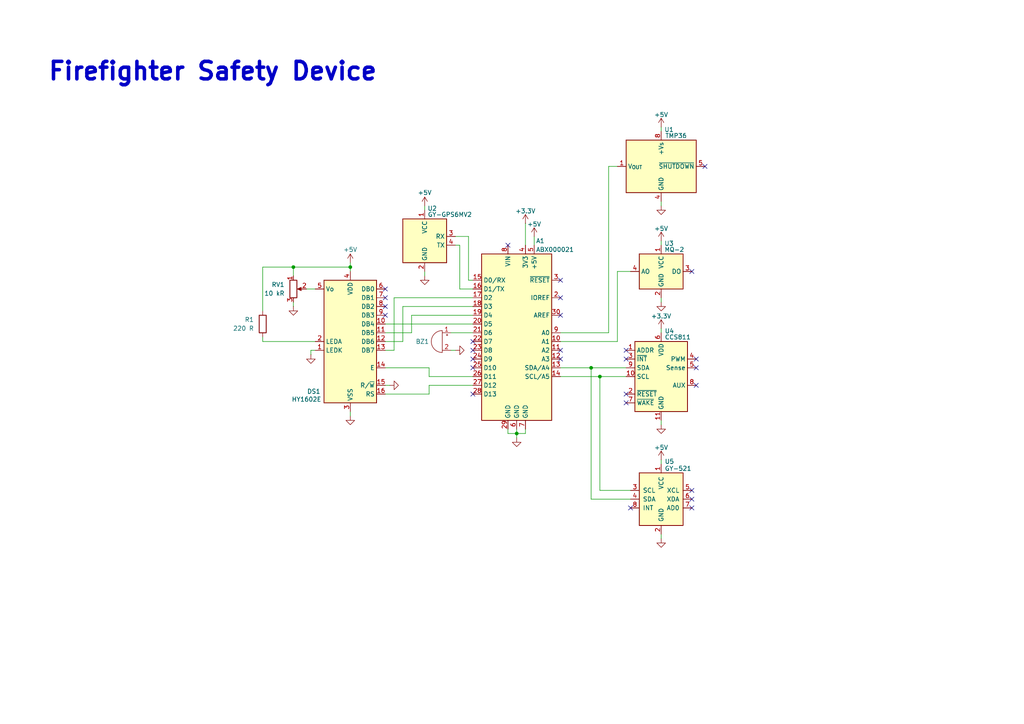
<source format=kicad_sch>
(kicad_sch (version 20231120) (generator "eeschema") (generator_version "8.0")
  (paper "A4")
  (title_block (title "Firefigher Safety Device") (date "2024-10-14") (rev "A") (company "Section 03 Team 21") (comment 1 "ELEC 290 Fall 2024"))
  (lib_symbols
    (symbol "Device:Buzzer" (pin_names (offset 0.0254) hide)
      (property "Reference" "BZ" (at 3.81 1.27 0))
      (property "Value" "Buzzer" (at 3.81 -1.27 0))
      (symbol "Buzzer_0_1"
        (arc (start 0 -3.175) (mid 3.1612 0) (end 0 3.175))
        (polyline (pts (xy -1.651 1.905) (xy -1.143 1.905)))
        (polyline (pts (xy -1.397 2.159) (xy -1.397 1.651)))
        (polyline (pts (xy 0 3.175) (xy 0 -3.175)))
      )
      (symbol "Buzzer_1_1"
        (pin passive line (at -2.54 2.54 0) (length 2.54) (name "+") (number "1"))
        (pin passive line (at -2.54 -2.54 0) (length 2.54) (name "-") (number "2"))
      )
    )
    (symbol "Device:R" (pin_numbers hide) (pin_names (offset 0))
      (property "Reference" "R" (at 2.032 0 90))
      (property "Value" "R" (at 0 0 90))
      (symbol "R_0_1"
        (rectangle (start -1.016 -2.54) (end 1.016 2.54) (stroke (width 0.254)))
      )
      (symbol "R_1_1"
        (pin passive line (at 0 3.81 270) (length 1.27) (name "~") (number "1"))
        (pin passive line (at 0 -3.81 90) (length 1.27) (name "~") (number "2"))
      )
    )
    (symbol "Device:R_Potentiometer" (pin_names (offset 1.016) hide)
      (property "Reference" "RV" (at -4.445 0 90))
      (property "Value" "R_Potentiometer" (at -2.54 0 90))
      (symbol "R_Potentiometer_0_1"
        (polyline (pts (xy 2.54 0) (xy 1.524 0)))
        (polyline (pts (xy 1.143 0) (xy 2.286 0.508) (xy 2.286 -0.508) (xy 1.143 0)) (fill (type outline)))
        (rectangle (start 1.016 2.54) (end -1.016 -2.54) (stroke (width 0.254)))
      )
      (symbol "R_Potentiometer_1_1"
        (pin passive line (at 0 3.81 270) (length 1.27) (name "1") (number "1"))
        (pin passive line (at 3.81 0 180) (length 1.27) (name "2") (number "2"))
        (pin passive line (at 0 -3.81 90) (length 1.27) (name "3") (number "3"))
      )
    )
    (symbol "Display_Character:HY1602E"
      (property "Reference" "DS?" (at 8.636 -14.478 0))
      (property "Value" "HY1602E" (at 8.382 -16.764 0))
      (symbol "HY1602E_0_1"
        (rectangle (start -7.62 17.78) (end 7.62 -17.78) (stroke (width 0.254)) (fill (type background)))
      )
      (symbol "HY1602E_1_1"
        (pin passive line (at 10.16 -2.54 180) (length 2.54) (name "LEDK") (number "1"))
        (pin bidirectional line (at -10.16 5.08 0) (length 2.54) (name "DB4") (number "10"))
        (pin bidirectional line (at -10.16 2.54 0) (length 2.54) (name "DB5") (number "11"))
        (pin bidirectional line (at -10.16 0 0) (length 2.54) (name "DB6") (number "12"))
        (pin bidirectional line (at -10.16 -2.54 0) (length 2.54) (name "DB7") (number "13"))
        (pin input line (at -10.16 -7.62 0) (length 2.54) (name "E") (number "14"))
        (pin input line (at -10.16 -12.7 0) (length 2.54) (name "R/~{W}") (number "15"))
        (pin input line (at -10.16 -15.24 0) (length 2.54) (name "RS") (number "16"))
        (pin passive line (at 10.16 0 180) (length 2.54) (name "LEDA") (number "2"))
        (pin power_in line (at 0 -20.32 90) (length 2.54) (name "VSS") (number "3"))
        (pin power_in line (at 0 20.32 270) (length 2.54) (name "VDD") (number "4"))
        (pin input line (at 10.16 15.24 180) (length 2.54) (name "Vo") (number "5"))
        (pin bidirectional line (at -10.16 15.24 0) (length 2.54) (name "DB0") (number "6"))
        (pin bidirectional line (at -10.16 12.7 0) (length 2.54) (name "DB1") (number "7"))
        (pin bidirectional line (at -10.16 10.16 0) (length 2.54) (name "DB2") (number "8"))
        (pin bidirectional line (at -10.16 7.62 0) (length 2.54) (name "DB3") (number "9"))
      )
    )
    (symbol "Firefighter_Safety_Device:GY-521" (pin_names (offset 1.016))
      (property "Reference" "U" (at 2.54 8.89 0))
      (property "Value" "GY-521" (at 5.08 11.43 0))
      (symbol "GY-521_0_1"
        (rectangle (start -6.35 7.62) (end 6.35 -7.62) (stroke (width 0.254)) (fill (type background)))
      )
      (symbol "GY-521_1_1"
        (pin power_in line (at 0 10.16 270) (length 2.54) (name "VCC") (number "1"))
        (pin power_in line (at 0 -10.16 90) (length 2.54) (name "GND") (number "2"))
        (pin input line (at 8.89 2.54 180) (length 2.54) (name "SCL") (number "3"))
        (pin input line (at 8.89 0 180) (length 2.54) (name "SDA") (number "4"))
        (pin input line (at -8.89 2.54 0) (length 2.54) (name "XCL") (number "5"))
        (pin input line (at -8.89 0 0) (length 2.54) (name "XDA") (number "6"))
        (pin input line (at -8.89 -2.54 0) (length 2.54) (name "AD0") (number "7"))
        (pin input line (at 8.89 -2.54 180) (length 2.54) (name "INT") (number "8"))
      )
    )
    (symbol "Firefighter_Safety_Device:GY-GPS6MV2"
      (property "Reference" "U" (at 1.524 6.35 0))
      (symbol "GY-GPS6MV2_0_1"
        (rectangle (start -6.35 5.08) (end 6.35 -7.62) (stroke (width 0.254)) (fill (type background)))
      )
      (symbol "GY-GPS6MV2_1_1"
        (pin power_in line (at 0 7.62 270) (length 2.54) (name "VCC") (number "1"))
        (pin power_in line (at 0 -10.16 90) (length 2.54) (name "GND") (number "2"))
        (pin input line (at 8.89 0 180) (length 2.54) (name "RX") (number "3"))
        (pin input line (at 8.89 -2.54 180) (length 2.54) (name "TX") (number "4"))
      )
    )
    (symbol "Firefighter_Safety_Device:MQ-2"
      (property "Reference" "U" (at 2.54 6.35 0))
      (symbol "MQ-2_0_1"
        (rectangle (start -6.35 5.08) (end 6.35 -5.08) (stroke (width 0.254)) (fill (type background)))
      )
      (symbol "MQ-2_1_1"
        (pin power_in line (at 0 7.62 270) (length 2.54) (name "VCC") (number "1"))
        (pin power_in line (at 0 -7.62 90) (length 2.54) (name "GND") (number "2"))
        (pin input line (at 8.89 0 180) (length 2.54) (name "DO") (number "3"))
        (pin input line (at -8.89 0 0) (length 2.54) (name "AO") (number "4"))
      )
    )
    (symbol "MCU_Module:Arduino_UNO_R2"
      (property "Reference" "A" (at -10.16 23.495 0))
      (property "Value" "Arduino_UNO_R2" (at 5.08 -26.67 0))
      (symbol "Arduino_UNO_R2_0_1"
        (rectangle (start -10.16 22.86) (end 10.16 -25.4) (stroke (width 0.254)) (fill (type background)))
      )
      (symbol "Arduino_UNO_R2_1_1"
        (pin no_connect line (at -10.16 -20.32 0) (length 2.54) hide (name "NC") (number "1"))
        (pin bidirectional line (at 12.7 -2.54 180) (length 2.54) (name "A1") (number "10"))
        (pin bidirectional line (at 12.7 -5.08 180) (length 2.54) (name "A2") (number "11"))
        (pin bidirectional line (at 12.7 -7.62 180) (length 2.54) (name "A3") (number "12"))
        (pin bidirectional line (at 12.7 -10.16 180) (length 2.54) (name "SDA/A4") (number "13"))
        (pin bidirectional line (at 12.7 -12.7 180) (length 2.54) (name "SCL/A5") (number "14"))
        (pin bidirectional line (at -12.7 15.24 0) (length 2.54) (name "D0/RX") (number "15"))
        (pin bidirectional line (at -12.7 12.7 0) (length 2.54) (name "D1/TX") (number "16"))
        (pin bidirectional line (at -12.7 10.16 0) (length 2.54) (name "D2") (number "17"))
        (pin bidirectional line (at -12.7 7.62 0) (length 2.54) (name "D3") (number "18"))
        (pin bidirectional line (at -12.7 5.08 0) (length 2.54) (name "D4") (number "19"))
        (pin output line (at 12.7 10.16 180) (length 2.54) (name "IOREF") (number "2"))
        (pin bidirectional line (at -12.7 2.54 0) (length 2.54) (name "D5") (number "20"))
        (pin bidirectional line (at -12.7 0 0) (length 2.54) (name "D6") (number "21"))
        (pin bidirectional line (at -12.7 -2.54 0) (length 2.54) (name "D7") (number "22"))
        (pin bidirectional line (at -12.7 -5.08 0) (length 2.54) (name "D8") (number "23"))
        (pin bidirectional line (at -12.7 -7.62 0) (length 2.54) (name "D9") (number "24"))
        (pin bidirectional line (at -12.7 -10.16 0) (length 2.54) (name "D10") (number "25"))
        (pin bidirectional line (at -12.7 -12.7 0) (length 2.54) (name "D11") (number "26"))
        (pin bidirectional line (at -12.7 -15.24 0) (length 2.54) (name "D12") (number "27"))
        (pin bidirectional line (at -12.7 -17.78 0) (length 2.54) (name "D13") (number "28"))
        (pin power_in line (at -2.54 -27.94 90) (length 2.54) (name "GND") (number "29"))
        (pin input line (at 12.7 15.24 180) (length 2.54) (name "~{RESET}") (number "3"))
        (pin input line (at 12.7 5.08 180) (length 2.54) (name "AREF") (number "30"))
        (pin power_out line (at 2.54 25.4 270) (length 2.54) (name "3V3") (number "4"))
        (pin power_out line (at 5.08 25.4 270) (length 2.54) (name "+5V") (number "5"))
        (pin power_in line (at 0 -27.94 90) (length 2.54) (name "GND") (number "6"))
        (pin power_in line (at 2.54 -27.94 90) (length 2.54) (name "GND") (number "7"))
        (pin power_in line (at -2.54 25.4 270) (length 2.54) (name "VIN") (number "8"))
        (pin bidirectional line (at 12.7 0 180) (length 2.54) (name "A0") (number "9"))
      )
    )
    (symbol "Sensor_Gas:CCS811"
      (property "Reference" "U" (at -8.89 13.97 0))
      (property "Value" "CCS811" (at -6.35 11.43 0))
      (symbol "CCS811_0_1"
        (rectangle (start -7.62 10.16) (end 7.62 -10.16) (stroke (width 0.254)) (fill (type background)))
      )
      (symbol "CCS811_1_1"
        (pin input line (at -10.16 7.62 0) (length 2.54) (name "ADDR") (number "1"))
        (pin input line (at -10.16 0 0) (length 2.54) (name "SCL") (number "10"))
        (pin power_in line (at 0 -12.7 90) (length 2.54) (name "GND") (number "11"))
        (pin input line (at -10.16 -5.08 0) (length 2.54) (name "~{RESET}") (number "2"))
        (pin output line (at -10.16 5.08 0) (length 2.54) (name "~{INT}") (number "3"))
        (pin output line (at 10.16 5.08 180) (length 2.54) (name "PWM") (number "4"))
        (pin bidirectional line (at 10.16 2.54 180) (length 2.54) (name "Sense") (number "5"))
        (pin power_in line (at 0 12.7 270) (length 2.54) (name "VDD") (number "6"))
        (pin input line (at -10.16 -7.62 0) (length 2.54) (name "~{WAKE}") (number "7"))
        (pin input line (at 10.16 -2.54 180) (length 2.54) (name "AUX") (number "8"))
        (pin bidirectional line (at -10.16 2.54 0) (length 2.54) (name "SDA") (number "9"))
      )
    )
    (symbol "Sensor_Temperature:TMP36xS"
      (property "Reference" "U" (at -8.89 8.89 0))
      (property "Value" "TMP36xS" (at 6.35 -8.89 0))
      (symbol "TMP36xS_0_1"
        (rectangle (start -10.16 7.62) (end 10.16 -7.62) (stroke (width 0.254)) (fill (type background)))
      )
      (symbol "TMP36xS_1_1"
        (pin output line (at 12.7 0 180) (length 2.54) (name "V_{OUT}") (number "1"))
        (pin power_in line (at 0 -10.16 90) (length 2.54) (name "GND") (number "4"))
        (pin input line (at -12.7 0 0) (length 2.54) (name "~{SHUTDOWN}") (number "5"))
        (pin power_in line (at 0 10.16 270) (length 2.54) (name "+Vs") (number "8"))
      )
    )
    (symbol "power:+3.3V" (power) (pin_numbers hide) (pin_names (offset 0) hide)
      (property "Value" "+3.3V" (at 0 3.556 0))
      (symbol "+3.3V_0_1"
        (polyline (pts (xy -0.762 1.27) (xy 0 2.54)))
        (polyline (pts (xy 0 0) (xy 0 2.54)))
        (polyline (pts (xy 0 2.54) (xy 0.762 1.27)))
      )
      (symbol "+3.3V_1_1"
        (pin power_in line (at 0 0 90) (length 0) (name "~") (number "1"))
      )
    )
    (symbol "power:+5V" (power) (pin_numbers hide) (pin_names (offset 0) hide)
      (property "Value" "+5V" (at 0 3.556 0))
      (symbol "+5V_0_1"
        (polyline (pts (xy -0.762 1.27) (xy 0 2.54)))
        (polyline (pts (xy 0 0) (xy 0 2.54)))
        (polyline (pts (xy 0 2.54) (xy 0.762 1.27)))
      )
      (symbol "+5V_1_1"
        (pin power_in line (at 0 0 90) (length 0) (name "~") (number "1"))
      )
    )
    (symbol "power:GND" (power) (pin_numbers hide) (pin_names (offset 0) hide)
      (property "Value" "GND" (at 0 -3.81 0))
      (symbol "GND_0_1"
        (polyline (pts (xy 0 0) (xy 0 -1.27) (xy 1.27 -1.27) (xy 0 -2.54) (xy -1.27 -1.27) (xy 0 -1.27)))
      )
      (symbol "GND_1_1"
        (pin power_in line (at 0 0 270) (length 0) (name "~") (number "1"))
      )
    )
  )
  (junction (at 171.45 106.68))
  (junction (at 85.09 77.47))
  (junction (at 101.6 77.47))
  (junction (at 149.86 125.73))
  (junction (at 173.99 109.22))
  (no_connect (at 162.56 101.6))
  (no_connect (at 200.66 144.78))
  (no_connect (at 162.56 104.14))
  (no_connect (at 111.76 88.9))
  (no_connect (at 201.93 111.76))
  (no_connect (at 204.47 48.26))
  (no_connect (at 137.16 99.06))
  (no_connect (at 111.76 91.44))
  (no_connect (at 181.61 116.84))
  (no_connect (at 147.32 71.12))
  (no_connect (at 111.76 86.36))
  (no_connect (at 137.16 106.68))
  (no_connect (at 111.76 83.82))
  (no_connect (at 181.61 101.6))
  (no_connect (at 181.61 114.3))
  (no_connect (at 137.16 114.3))
  (no_connect (at 181.61 104.14))
  (no_connect (at 200.66 142.24))
  (no_connect (at 162.56 86.36))
  (no_connect (at 162.56 91.44))
  (no_connect (at 200.66 147.32))
  (no_connect (at 137.16 104.14))
  (no_connect (at 137.16 101.6))
  (no_connect (at 162.56 81.28))
  (no_connect (at 201.93 104.14))
  (no_connect (at 182.88 147.32))
  (no_connect (at 200.66 78.74))
  (no_connect (at 201.93 106.68))
  (wire (pts (xy 130.81 101.6) (xy 132.08 101.6)))
  (wire (pts (xy 191.77 86.36) (xy 191.77 87.63)))
  (wire (pts (xy 162.56 96.52) (xy 176.53 96.52)))
  (wire (pts (xy 135.89 81.28) (xy 137.16 81.28)))
  (wire (pts (xy 162.56 106.68) (xy 171.45 106.68)))
  (wire (pts (xy 152.4 124.46) (xy 152.4 125.73)))
  (wire (pts (xy 176.53 48.26) (xy 179.07 48.26)))
  (wire (pts (xy 152.4 64.77) (xy 152.4 71.12)))
  (wire (pts (xy 171.45 106.68) (xy 181.61 106.68)))
  (wire (pts (xy 149.86 125.73) (xy 149.86 127)))
  (wire (pts (xy 111.76 96.52) (xy 119.38 96.52)))
  (wire (pts (xy 173.99 142.24) (xy 173.99 109.22)))
  (wire (pts (xy 124.46 111.76) (xy 137.16 111.76)))
  (wire (pts (xy 119.38 96.52) (xy 119.38 91.44)))
  (wire (pts (xy 111.76 93.98) (xy 137.16 93.98)))
  (wire (pts (xy 111.76 114.3) (xy 124.46 114.3)))
  (wire (pts (xy 132.08 68.58) (xy 135.89 68.58)))
  (wire (pts (xy 162.56 109.22) (xy 173.99 109.22)))
  (wire (pts (xy 119.38 91.44) (xy 137.16 91.44)))
  (wire (pts (xy 191.77 121.92) (xy 191.77 123.19)))
  (wire (pts (xy 133.35 71.12) (xy 133.35 83.82)))
  (wire (pts (xy 76.2 99.06) (xy 76.2 97.79)))
  (wire (pts (xy 101.6 77.47) (xy 101.6 78.74)))
  (wire (pts (xy 191.77 133.35) (xy 191.77 134.62)))
  (wire (pts (xy 85.09 77.47) (xy 85.09 80.01)))
  (wire (pts (xy 179.07 78.74) (xy 182.88 78.74)))
  (wire (pts (xy 114.3 101.6) (xy 114.3 86.36)))
  (wire (pts (xy 191.77 95.25) (xy 191.77 96.52)))
  (wire (pts (xy 124.46 114.3) (xy 124.46 111.76)))
  (wire (pts (xy 85.09 77.47) (xy 101.6 77.47)))
  (wire (pts (xy 123.19 78.74) (xy 123.19 80.01)))
  (wire (pts (xy 116.84 99.06) (xy 116.84 88.9)))
  (wire (pts (xy 191.77 36.83) (xy 191.77 38.1)))
  (wire (pts (xy 135.89 68.58) (xy 135.89 81.28)))
  (wire (pts (xy 76.2 77.47) (xy 85.09 77.47)))
  (wire (pts (xy 111.76 99.06) (xy 116.84 99.06)))
  (wire (pts (xy 90.17 101.6) (xy 91.44 101.6)))
  (wire (pts (xy 76.2 90.17) (xy 76.2 77.47)))
  (wire (pts (xy 154.94 68.58) (xy 154.94 71.12)))
  (wire (pts (xy 116.84 88.9) (xy 137.16 88.9)))
  (wire (pts (xy 101.6 119.38) (xy 101.6 120.65)))
  (wire (pts (xy 123.19 59.69) (xy 123.19 60.96)))
  (wire (pts (xy 171.45 144.78) (xy 171.45 106.68)))
  (wire (pts (xy 124.46 109.22) (xy 137.16 109.22)))
  (wire (pts (xy 191.77 154.94) (xy 191.77 156.21)))
  (wire (pts (xy 91.44 99.06) (xy 76.2 99.06)))
  (wire (pts (xy 147.32 125.73) (xy 149.86 125.73)))
  (wire (pts (xy 133.35 71.12) (xy 132.08 71.12)))
  (wire (pts (xy 111.76 106.68) (xy 124.46 106.68)))
  (wire (pts (xy 90.17 102.87) (xy 90.17 101.6)))
  (wire (pts (xy 176.53 48.26) (xy 176.53 96.52)))
  (wire (pts (xy 149.86 125.73) (xy 152.4 125.73)))
  (wire (pts (xy 173.99 109.22) (xy 181.61 109.22)))
  (wire (pts (xy 85.09 87.63) (xy 85.09 88.9)))
  (wire (pts (xy 149.86 124.46) (xy 149.86 125.73)))
  (wire (pts (xy 173.99 142.24) (xy 182.88 142.24)))
  (wire (pts (xy 111.76 101.6) (xy 114.3 101.6)))
  (wire (pts (xy 191.77 69.85) (xy 191.77 71.12)))
  (wire (pts (xy 114.3 86.36) (xy 137.16 86.36)))
  (wire (pts (xy 88.9 83.82) (xy 91.44 83.82)))
  (wire (pts (xy 191.77 58.42) (xy 191.77 59.69)))
  (wire (pts (xy 179.07 99.06) (xy 179.07 78.74)))
  (wire (pts (xy 130.81 96.52) (xy 137.16 96.52)))
  (wire (pts (xy 101.6 76.2) (xy 101.6 77.47)))
  (wire (pts (xy 147.32 124.46) (xy 147.32 125.73)))
  (wire (pts (xy 171.45 144.78) (xy 182.88 144.78)))
  (wire (pts (xy 133.35 83.82) (xy 137.16 83.82)))
  (wire (pts (xy 124.46 106.68) (xy 124.46 109.22)))
  (wire (pts (xy 111.76 111.76) (xy 113.03 111.76)))
  (wire (pts (xy 162.56 99.06) (xy 179.07 99.06)))
  (text "Firefighter Safety Device\n" (at 61.722 20.828 0) (effects (font (size 5.08 5.08) (thickness 1.016) (bold yes))))
  (symbol (lib_id "power:GND") (at 90.17 102.87 0) (mirror y) (unit 1)
    (property "Reference" "#PWR04" (effects (hide yes)))
    (property "Value" "GND" (effects (hide yes)))
    (property "Description" "Power symbol creates a global label with name \"GND\" , ground" (effects (hide yes)))
  )
  (symbol (lib_id "Device:R_Potentiometer") (at 85.09 83.82 0) (unit 1)
    (property "Reference" "RV1" (at 82.55 82.5499 0) (effects (justify right)))
    (property "Value" "10 kR" (at 82.55 85.0899 0) (effects (justify right)))
    (property "Description" "Potentiometer" (effects (hide yes)))
  )
  (symbol (lib_id "power:GND") (at 85.09 88.9 0) (unit 1)
    (property "Reference" "#PWR03" (effects (hide yes)))
    (property "Value" "GND" (effects (hide yes)))
    (property "Description" "Power symbol creates a global label with name \"GND\" , ground" (effects (hide yes)))
  )
  (symbol (lib_id "power:GND") (at 191.77 123.19 0) (unit 1)
    (property "Reference" "#PWR08" (effects (hide yes)))
    (property "Value" "GND" (effects (hide yes)))
    (property "Description" "Power symbol creates a global label with name \"GND\" , ground" (effects (hide yes)))
  )
  (symbol (lib_id "power:+5V") (at 191.77 36.83 0) (unit 1)
    (property "Reference" "#PWR016" (effects (hide yes)))
    (property "Value" "+5V" (at 191.77 33.274 0))
    (property "Description" "Power symbol creates a global label with name \"+5V\"" (effects (hide yes)))
  )
  (symbol (lib_id "Firefighter_Safety_Device:GY-GPS6MV2") (at 123.19 68.58 0) (unit 1)
    (property "Reference" "U2" (at 126.746 60.452 0) (effects (justify right)))
    (property "Value" "GY-GPS6MV2" (at 136.906 62.23 0) (effects (justify right)))
  )
  (symbol (lib_id "power:+5V") (at 101.6 76.2 0) (unit 1)
    (property "Reference" "#PWR05" (effects (hide yes)))
    (property "Value" "+5V" (at 101.6 72.39 0))
    (property "Description" "Power symbol creates a global label with name \"+5V\"" (effects (hide yes)))
  )
  (symbol (lib_id "Device:R") (at 76.2 93.98 0) (mirror y) (unit 1)
    (property "Reference" "R1" (at 73.66 92.7099 0) (effects (justify left)))
    (property "Value" "220 R" (at 73.66 95.2499 0) (effects (justify left)))
    (property "Description" "Resistor" (effects (hide yes)))
  )
  (symbol (lib_id "power:GND") (at 101.6 120.65 0) (unit 1)
    (property "Reference" "#PWR02" (effects (hide yes)))
    (property "Value" "GND" (effects (hide yes)))
    (property "Description" "Power symbol creates a global label with name \"GND\" , ground" (effects (hide yes)))
  )
  (symbol (lib_id "Firefighter_Safety_Device:MQ-2") (at 191.77 78.74 0) (unit 1)
    (property "Reference" "U3" (at 194.056 70.612 0))
    (property "Value" "MQ-2" (at 195.58 72.39 0))
  )
  (symbol (lib_id "power:+5V") (at 191.77 133.35 0) (unit 1)
    (property "Reference" "#PWR011" (effects (hide yes)))
    (property "Value" "+5V" (at 191.77 129.794 0))
    (property "Description" "Power symbol creates a global label with name \"+5V\"" (effects (hide yes)))
  )
  (symbol (lib_id "Device:Buzzer") (at 128.27 99.06 0) (mirror y) (unit 1)
    (property "Reference" "BZ1" (at 124.46 99.06 0) (effects (justify left)))
    (property "Value" "CMI-1295-0585T" (effects (hide yes)))
    (property "Description" "Buzzer, polarized" (effects (hide yes)))
  )
  (symbol (lib_id "power:GND") (at 149.86 127 0) (unit 1)
    (property "Reference" "#PWR01" (effects (hide yes)))
    (property "Value" "GND" (effects (hide yes)))
    (property "Description" "Power symbol creates a global label with name \"GND\" , ground" (effects (hide yes)))
  )
  (symbol (lib_id "Sensor_Temperature:TMP36xS") (at 191.77 48.26 0) (mirror y) (unit 1)
    (property "Reference" "U1" (at 194.056 37.592 0))
    (property "Value" "TMP36" (at 196.088 39.37 0))
    (property "Footprint" "Package_SO:SOIC-8_3.9x4.9mm_P1.27mm" (effects (hide yes)))
    (property "Datasheet" "https://www.analog.com/media/en/technical-documentation/data-sheets/TMP35_36_37.pdf" (effects (hide yes)))
    (property "Description" "Low Voltage Temperature Sensor, SOIC-8" (effects (hide yes)))
  )
  (symbol (lib_id "power:GND") (at 191.77 87.63 0) (unit 1)
    (property "Reference" "#PWR010" (effects (hide yes)))
    (property "Value" "GND" (effects (hide yes)))
    (property "Description" "Power symbol creates a global label with name \"GND\" , ground" (effects (hide yes)))
  )
  (symbol (lib_id "MCU_Module:Arduino_UNO_R2") (at 149.86 96.52 0) (unit 1)
    (property "Reference" "A1" (at 155.448 69.85 0) (effects (justify left)))
    (property "Value" "ABX000021" (at 155.448 72.39 0) (effects (justify left)))
    (property "Footprint" "Module:Arduino_UNO_R2" (effects (hide yes)))
    (property "Datasheet" "https://www.arduino.cc/en/Main/arduinoBoardUno" (effects (hide yes)))
    (property "Description" "Arduino UNO Microcontroller Module, release 2" (effects (hide yes)))
  )
  (symbol (lib_id "power:+3.3V") (at 191.77 95.25 0) (unit 1)
    (property "Reference" "#PWR012" (effects (hide yes)))
    (property "Value" "+3.3V" (at 191.77 91.694 0))
    (property "Description" "Power symbol creates a global label with name \"+3.3V\"" (effects (hide yes)))
  )
  (symbol (lib_id "power:+3.3V") (at 152.4 64.77 0) (unit 1)
    (property "Reference" "#PWR017" (effects (hide yes)))
    (property "Value" "+3.3V" (at 152.4 61.214 0))
    (property "Description" "Power symbol creates a global label with name \"+3.3V\"" (effects (hide yes)))
  )
  (symbol (lib_id "power:GND") (at 123.19 80.01 0) (unit 1)
    (property "Reference" "#PWR019" (effects (hide yes)))
    (property "Value" "GND" (effects (hide yes)))
    (property "Description" "Power symbol creates a global label with name \"GND\" , ground" (effects (hide yes)))
  )
  (symbol (lib_id "power:GND") (at 132.08 101.6 90) (mirror x) (unit 1)
    (property "Reference" "#PWR014" (effects (hide yes)))
    (property "Value" "GND" (effects (hide yes)))
    (property "Description" "Power symbol creates a global label with name \"GND\" , ground" (effects (hide yes)))
  )
  (symbol (lib_id "Sensor_Gas:CCS811") (at 191.77 109.22 0) (unit 1)
    (property "Reference" "U4" (at 192.786 96.012 0) (effects (justify left)))
    (property "Value" "CCS811" (at 192.786 97.79 0) (effects (justify left)))
    (property "Footprint" "Package_LGA:AMS_LGA-10-1EP_2.7x4mm_P0.6mm" (effects (hide yes)))
    (property "Datasheet" "https://www.sciosense.com/wp-content/uploads/documents/SC-001232-DS-3-CCS811B-Datasheet-Revision-2.pdf" (effects (hide yes)))
    (property "Description" "Ultra-low power digital gas sensor for monitoring indoor air quality" (effects (hide yes)))
  )
  (symbol (lib_id "Firefighter_Safety_Device:GY-521") (at 191.77 144.78 0) (mirror y) (unit 1)
    (property "Reference" "U5" (at 192.786 133.858 0) (effects (justify right)))
    (property "Value" "GY-521" (at 192.786 135.89 0) (effects (justify right)))
  )
  (symbol (lib_id "power:GND") (at 113.03 111.76 90) (unit 1)
    (property "Reference" "#PWR06" (effects (hide yes)))
    (property "Value" "GND" (effects (hide yes)))
    (property "Description" "Power symbol creates a global label with name \"GND\" , ground" (effects (hide yes)))
  )
  (symbol (lib_id "power:+5V") (at 123.19 59.69 0) (unit 1)
    (property "Reference" "#PWR018" (effects (hide yes)))
    (property "Value" "+5V" (at 123.19 55.88 0))
    (property "Description" "Power symbol creates a global label with name \"+5V\"" (effects (hide yes)))
  )
  (symbol (lib_id "power:GND") (at 191.77 156.21 0) (unit 1)
    (property "Reference" "#PWR09" (effects (hide yes)))
    (property "Value" "GND" (effects (hide yes)))
    (property "Description" "Power symbol creates a global label with name \"GND\" , ground" (effects (hide yes)))
  )
  (symbol (lib_id "Display_Character:HY1602E") (at 101.6 99.06 0) (mirror y) (unit 1)
    (property "Reference" "DS1" (at 92.964 113.538 0) (effects (justify left)))
    (property "Value" "HY1602E" (at 93.218 115.824 0) (effects (justify left)))
    (property "Footprint" "Display:HY1602E" (effects (hide yes)))
    (property "Datasheet" "http://www.icbank.com/data/ICBShop/board/HY1602E.pdf" (effects (hide yes)))
    (property "Description" "LCD 16x2 Alphanumeric 16pin Blue/Yellow/Green Backlight, 8bit parallel, 5V VDD" (effects (hide yes)))
  )
  (symbol (lib_id "power:GND") (at 191.77 59.69 0) (unit 1)
    (property "Reference" "#PWR015" (effects (hide yes)))
    (property "Value" "GND" (effects (hide yes)))
    (property "Description" "Power symbol creates a global label with name \"GND\" , ground" (effects (hide yes)))
  )
  (symbol (lib_id "power:+5V") (at 154.94 68.58 0) (unit 1)
    (property "Reference" "#PWR07" (effects (hide yes)))
    (property "Value" "+5V" (at 154.94 65.024 0))
    (property "Description" "Power symbol creates a global label with name \"+5V\"" (effects (hide yes)))
  )
  (symbol (lib_id "power:+5V") (at 191.77 69.85 0) (unit 1)
    (property "Reference" "#PWR013" (effects (hide yes)))
    (property "Value" "+5V" (at 191.77 66.294 0))
    (property "Description" "Power symbol creates a global label with name \"+5V\"" (effects (hide yes)))
  )
)
</source>
